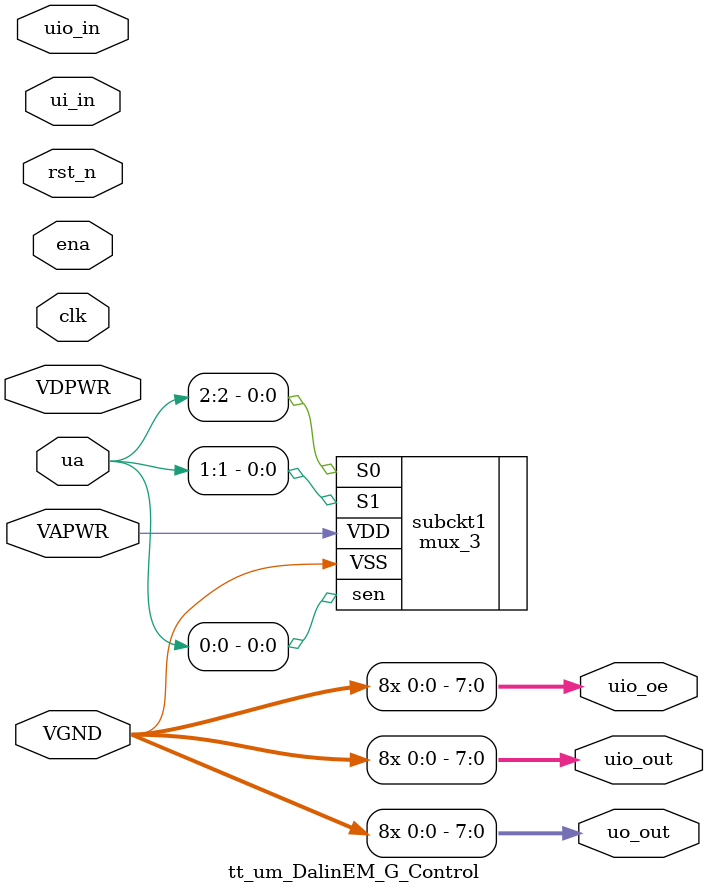
<source format=v>
/*
 * Copyright (c) 2024 Your Name
 * SPDX-License-Identifier: Apache-2.0
 */

`default_nettype none

module tt_um_DalinEM_G_Control (
    input  wire       VGND,
    input  wire       VDPWR,    // 1.8v power supply
    input  wire       VAPWR,    // 3.3v power supply
    input  wire [7:0] ui_in,    // Dedicated inputs
    output wire [7:0] uo_out,   // Dedicated outputs
    input  wire [7:0] uio_in,   // IOs: Input path
    output wire [7:0] uio_out,  // IOs: Output path
    output wire [7:0] uio_oe,   // IOs: Enable path (active high: 0=input, 1=output)
    inout  wire [7:0] ua,       // Analog pins, only ua[5:0] can be used
    input  wire       ena,      // always 1 when the design is powered, so you can ignore it
    input  wire       clk,      // clock
    input  wire       rst_n     // reset_n - low to reset
);

  mux_3 subckt1(.VDD(VAPWR),.VSS(VGND),.sen(ua[0]),.S1(ua[1]),.S0(ua[2]));
  
    assign uo_out[0] = VGND;
    assign uo_out[1] = VGND;
    assign uo_out[2] = VGND;
    assign uo_out[3] = VGND;
    assign uo_out[4] = VGND;
    assign uo_out[5] = VGND;
    assign uo_out[6] = VGND;
    assign uo_out[7] = VGND;

    assign uio_out[0] = VGND;
    assign uio_out[1] = VGND;
    assign uio_out[2] = VGND;
    assign uio_out[3] = VGND;
    assign uio_out[4] = VGND;
    assign uio_out[5] = VGND;
    assign uio_out[6] = VGND;
    assign uio_out[7] = VGND;

    assign uio_oe[0] = VGND;
    assign uio_oe[1] = VGND;
    assign uio_oe[2] = VGND;
    assign uio_oe[3] = VGND;
    assign uio_oe[4] = VGND;
    assign uio_oe[5] = VGND;
    assign uio_oe[6] = VGND;
    assign uio_oe[7] = VGND;

endmodule

</source>
